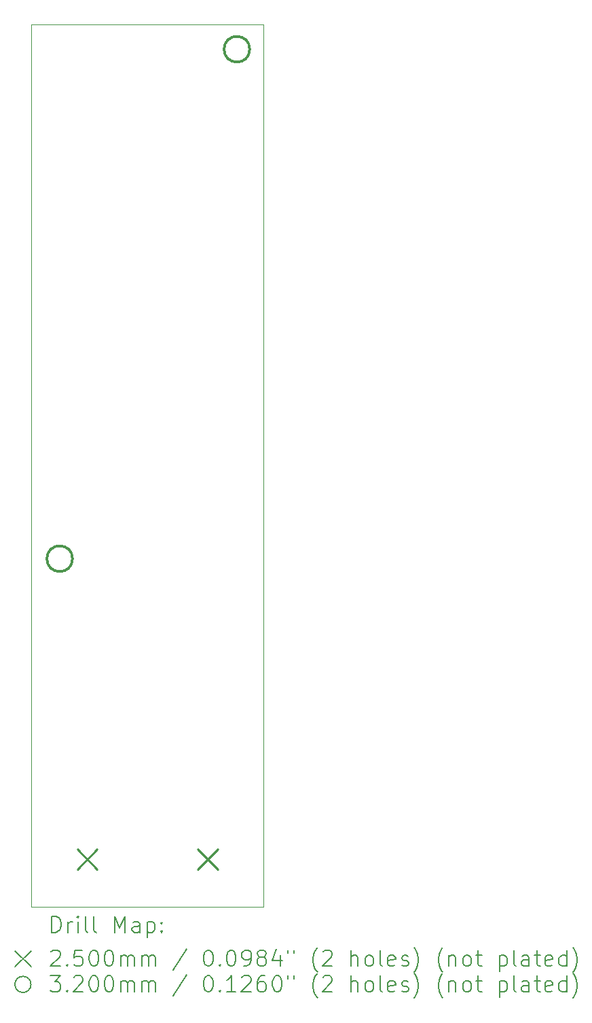
<source format=gbr>
%TF.GenerationSoftware,KiCad,Pcbnew,8.0.2*%
%TF.CreationDate,2024-05-21T21:49:58+01:00*%
%TF.ProjectId,3ch mix 1.6,33636820-6d69-4782-9031-2e362e6b6963,rev?*%
%TF.SameCoordinates,Original*%
%TF.FileFunction,Drillmap*%
%TF.FilePolarity,Positive*%
%FSLAX45Y45*%
G04 Gerber Fmt 4.5, Leading zero omitted, Abs format (unit mm)*
G04 Created by KiCad (PCBNEW 8.0.2) date 2024-05-21 21:49:58*
%MOMM*%
%LPD*%
G01*
G04 APERTURE LIST*
%ADD10C,0.050000*%
%ADD11C,0.200000*%
%ADD12C,0.250000*%
%ADD13C,0.320000*%
G04 APERTURE END LIST*
D10*
X13400110Y-5000360D02*
X13400110Y-16000360D01*
X13400110Y-16000360D02*
X16300110Y-16000360D01*
X16300110Y-5000360D02*
X13400110Y-5000360D01*
X16300110Y-16000360D02*
X16300110Y-5000360D01*
D11*
D12*
X13974410Y-15278460D02*
X14224410Y-15528460D01*
X14224410Y-15278460D02*
X13974410Y-15528460D01*
X15479360Y-15278460D02*
X15729360Y-15528460D01*
X15729360Y-15278460D02*
X15479360Y-15528460D01*
D13*
X13916510Y-11656960D02*
G75*
G02*
X13596510Y-11656960I-160000J0D01*
G01*
X13596510Y-11656960D02*
G75*
G02*
X13916510Y-11656960I160000J0D01*
G01*
X16126310Y-5306960D02*
G75*
G02*
X15806310Y-5306960I-160000J0D01*
G01*
X15806310Y-5306960D02*
G75*
G02*
X16126310Y-5306960I160000J0D01*
G01*
D11*
X13658387Y-16314344D02*
X13658387Y-16114344D01*
X13658387Y-16114344D02*
X13706006Y-16114344D01*
X13706006Y-16114344D02*
X13734577Y-16123868D01*
X13734577Y-16123868D02*
X13753625Y-16142915D01*
X13753625Y-16142915D02*
X13763149Y-16161963D01*
X13763149Y-16161963D02*
X13772672Y-16200058D01*
X13772672Y-16200058D02*
X13772672Y-16228629D01*
X13772672Y-16228629D02*
X13763149Y-16266725D01*
X13763149Y-16266725D02*
X13753625Y-16285772D01*
X13753625Y-16285772D02*
X13734577Y-16304820D01*
X13734577Y-16304820D02*
X13706006Y-16314344D01*
X13706006Y-16314344D02*
X13658387Y-16314344D01*
X13858387Y-16314344D02*
X13858387Y-16181010D01*
X13858387Y-16219106D02*
X13867911Y-16200058D01*
X13867911Y-16200058D02*
X13877434Y-16190534D01*
X13877434Y-16190534D02*
X13896482Y-16181010D01*
X13896482Y-16181010D02*
X13915530Y-16181010D01*
X13982196Y-16314344D02*
X13982196Y-16181010D01*
X13982196Y-16114344D02*
X13972672Y-16123868D01*
X13972672Y-16123868D02*
X13982196Y-16133391D01*
X13982196Y-16133391D02*
X13991720Y-16123868D01*
X13991720Y-16123868D02*
X13982196Y-16114344D01*
X13982196Y-16114344D02*
X13982196Y-16133391D01*
X14106006Y-16314344D02*
X14086958Y-16304820D01*
X14086958Y-16304820D02*
X14077434Y-16285772D01*
X14077434Y-16285772D02*
X14077434Y-16114344D01*
X14210768Y-16314344D02*
X14191720Y-16304820D01*
X14191720Y-16304820D02*
X14182196Y-16285772D01*
X14182196Y-16285772D02*
X14182196Y-16114344D01*
X14439339Y-16314344D02*
X14439339Y-16114344D01*
X14439339Y-16114344D02*
X14506006Y-16257201D01*
X14506006Y-16257201D02*
X14572672Y-16114344D01*
X14572672Y-16114344D02*
X14572672Y-16314344D01*
X14753625Y-16314344D02*
X14753625Y-16209582D01*
X14753625Y-16209582D02*
X14744101Y-16190534D01*
X14744101Y-16190534D02*
X14725053Y-16181010D01*
X14725053Y-16181010D02*
X14686958Y-16181010D01*
X14686958Y-16181010D02*
X14667911Y-16190534D01*
X14753625Y-16304820D02*
X14734577Y-16314344D01*
X14734577Y-16314344D02*
X14686958Y-16314344D01*
X14686958Y-16314344D02*
X14667911Y-16304820D01*
X14667911Y-16304820D02*
X14658387Y-16285772D01*
X14658387Y-16285772D02*
X14658387Y-16266725D01*
X14658387Y-16266725D02*
X14667911Y-16247677D01*
X14667911Y-16247677D02*
X14686958Y-16238153D01*
X14686958Y-16238153D02*
X14734577Y-16238153D01*
X14734577Y-16238153D02*
X14753625Y-16228629D01*
X14848863Y-16181010D02*
X14848863Y-16381010D01*
X14848863Y-16190534D02*
X14867911Y-16181010D01*
X14867911Y-16181010D02*
X14906006Y-16181010D01*
X14906006Y-16181010D02*
X14925053Y-16190534D01*
X14925053Y-16190534D02*
X14934577Y-16200058D01*
X14934577Y-16200058D02*
X14944101Y-16219106D01*
X14944101Y-16219106D02*
X14944101Y-16276248D01*
X14944101Y-16276248D02*
X14934577Y-16295296D01*
X14934577Y-16295296D02*
X14925053Y-16304820D01*
X14925053Y-16304820D02*
X14906006Y-16314344D01*
X14906006Y-16314344D02*
X14867911Y-16314344D01*
X14867911Y-16314344D02*
X14848863Y-16304820D01*
X15029815Y-16295296D02*
X15039339Y-16304820D01*
X15039339Y-16304820D02*
X15029815Y-16314344D01*
X15029815Y-16314344D02*
X15020292Y-16304820D01*
X15020292Y-16304820D02*
X15029815Y-16295296D01*
X15029815Y-16295296D02*
X15029815Y-16314344D01*
X15029815Y-16190534D02*
X15039339Y-16200058D01*
X15039339Y-16200058D02*
X15029815Y-16209582D01*
X15029815Y-16209582D02*
X15020292Y-16200058D01*
X15020292Y-16200058D02*
X15029815Y-16190534D01*
X15029815Y-16190534D02*
X15029815Y-16209582D01*
X13197610Y-16542860D02*
X13397610Y-16742860D01*
X13397610Y-16542860D02*
X13197610Y-16742860D01*
X13648863Y-16553391D02*
X13658387Y-16543868D01*
X13658387Y-16543868D02*
X13677434Y-16534344D01*
X13677434Y-16534344D02*
X13725053Y-16534344D01*
X13725053Y-16534344D02*
X13744101Y-16543868D01*
X13744101Y-16543868D02*
X13753625Y-16553391D01*
X13753625Y-16553391D02*
X13763149Y-16572439D01*
X13763149Y-16572439D02*
X13763149Y-16591487D01*
X13763149Y-16591487D02*
X13753625Y-16620058D01*
X13753625Y-16620058D02*
X13639339Y-16734344D01*
X13639339Y-16734344D02*
X13763149Y-16734344D01*
X13848863Y-16715296D02*
X13858387Y-16724820D01*
X13858387Y-16724820D02*
X13848863Y-16734344D01*
X13848863Y-16734344D02*
X13839339Y-16724820D01*
X13839339Y-16724820D02*
X13848863Y-16715296D01*
X13848863Y-16715296D02*
X13848863Y-16734344D01*
X14039339Y-16534344D02*
X13944101Y-16534344D01*
X13944101Y-16534344D02*
X13934577Y-16629582D01*
X13934577Y-16629582D02*
X13944101Y-16620058D01*
X13944101Y-16620058D02*
X13963149Y-16610534D01*
X13963149Y-16610534D02*
X14010768Y-16610534D01*
X14010768Y-16610534D02*
X14029815Y-16620058D01*
X14029815Y-16620058D02*
X14039339Y-16629582D01*
X14039339Y-16629582D02*
X14048863Y-16648629D01*
X14048863Y-16648629D02*
X14048863Y-16696248D01*
X14048863Y-16696248D02*
X14039339Y-16715296D01*
X14039339Y-16715296D02*
X14029815Y-16724820D01*
X14029815Y-16724820D02*
X14010768Y-16734344D01*
X14010768Y-16734344D02*
X13963149Y-16734344D01*
X13963149Y-16734344D02*
X13944101Y-16724820D01*
X13944101Y-16724820D02*
X13934577Y-16715296D01*
X14172672Y-16534344D02*
X14191720Y-16534344D01*
X14191720Y-16534344D02*
X14210768Y-16543868D01*
X14210768Y-16543868D02*
X14220292Y-16553391D01*
X14220292Y-16553391D02*
X14229815Y-16572439D01*
X14229815Y-16572439D02*
X14239339Y-16610534D01*
X14239339Y-16610534D02*
X14239339Y-16658153D01*
X14239339Y-16658153D02*
X14229815Y-16696248D01*
X14229815Y-16696248D02*
X14220292Y-16715296D01*
X14220292Y-16715296D02*
X14210768Y-16724820D01*
X14210768Y-16724820D02*
X14191720Y-16734344D01*
X14191720Y-16734344D02*
X14172672Y-16734344D01*
X14172672Y-16734344D02*
X14153625Y-16724820D01*
X14153625Y-16724820D02*
X14144101Y-16715296D01*
X14144101Y-16715296D02*
X14134577Y-16696248D01*
X14134577Y-16696248D02*
X14125053Y-16658153D01*
X14125053Y-16658153D02*
X14125053Y-16610534D01*
X14125053Y-16610534D02*
X14134577Y-16572439D01*
X14134577Y-16572439D02*
X14144101Y-16553391D01*
X14144101Y-16553391D02*
X14153625Y-16543868D01*
X14153625Y-16543868D02*
X14172672Y-16534344D01*
X14363149Y-16534344D02*
X14382196Y-16534344D01*
X14382196Y-16534344D02*
X14401244Y-16543868D01*
X14401244Y-16543868D02*
X14410768Y-16553391D01*
X14410768Y-16553391D02*
X14420292Y-16572439D01*
X14420292Y-16572439D02*
X14429815Y-16610534D01*
X14429815Y-16610534D02*
X14429815Y-16658153D01*
X14429815Y-16658153D02*
X14420292Y-16696248D01*
X14420292Y-16696248D02*
X14410768Y-16715296D01*
X14410768Y-16715296D02*
X14401244Y-16724820D01*
X14401244Y-16724820D02*
X14382196Y-16734344D01*
X14382196Y-16734344D02*
X14363149Y-16734344D01*
X14363149Y-16734344D02*
X14344101Y-16724820D01*
X14344101Y-16724820D02*
X14334577Y-16715296D01*
X14334577Y-16715296D02*
X14325053Y-16696248D01*
X14325053Y-16696248D02*
X14315530Y-16658153D01*
X14315530Y-16658153D02*
X14315530Y-16610534D01*
X14315530Y-16610534D02*
X14325053Y-16572439D01*
X14325053Y-16572439D02*
X14334577Y-16553391D01*
X14334577Y-16553391D02*
X14344101Y-16543868D01*
X14344101Y-16543868D02*
X14363149Y-16534344D01*
X14515530Y-16734344D02*
X14515530Y-16601010D01*
X14515530Y-16620058D02*
X14525053Y-16610534D01*
X14525053Y-16610534D02*
X14544101Y-16601010D01*
X14544101Y-16601010D02*
X14572673Y-16601010D01*
X14572673Y-16601010D02*
X14591720Y-16610534D01*
X14591720Y-16610534D02*
X14601244Y-16629582D01*
X14601244Y-16629582D02*
X14601244Y-16734344D01*
X14601244Y-16629582D02*
X14610768Y-16610534D01*
X14610768Y-16610534D02*
X14629815Y-16601010D01*
X14629815Y-16601010D02*
X14658387Y-16601010D01*
X14658387Y-16601010D02*
X14677434Y-16610534D01*
X14677434Y-16610534D02*
X14686958Y-16629582D01*
X14686958Y-16629582D02*
X14686958Y-16734344D01*
X14782196Y-16734344D02*
X14782196Y-16601010D01*
X14782196Y-16620058D02*
X14791720Y-16610534D01*
X14791720Y-16610534D02*
X14810768Y-16601010D01*
X14810768Y-16601010D02*
X14839339Y-16601010D01*
X14839339Y-16601010D02*
X14858387Y-16610534D01*
X14858387Y-16610534D02*
X14867911Y-16629582D01*
X14867911Y-16629582D02*
X14867911Y-16734344D01*
X14867911Y-16629582D02*
X14877434Y-16610534D01*
X14877434Y-16610534D02*
X14896482Y-16601010D01*
X14896482Y-16601010D02*
X14925053Y-16601010D01*
X14925053Y-16601010D02*
X14944101Y-16610534D01*
X14944101Y-16610534D02*
X14953625Y-16629582D01*
X14953625Y-16629582D02*
X14953625Y-16734344D01*
X15344101Y-16524820D02*
X15172673Y-16781963D01*
X15601244Y-16534344D02*
X15620292Y-16534344D01*
X15620292Y-16534344D02*
X15639339Y-16543868D01*
X15639339Y-16543868D02*
X15648863Y-16553391D01*
X15648863Y-16553391D02*
X15658387Y-16572439D01*
X15658387Y-16572439D02*
X15667911Y-16610534D01*
X15667911Y-16610534D02*
X15667911Y-16658153D01*
X15667911Y-16658153D02*
X15658387Y-16696248D01*
X15658387Y-16696248D02*
X15648863Y-16715296D01*
X15648863Y-16715296D02*
X15639339Y-16724820D01*
X15639339Y-16724820D02*
X15620292Y-16734344D01*
X15620292Y-16734344D02*
X15601244Y-16734344D01*
X15601244Y-16734344D02*
X15582196Y-16724820D01*
X15582196Y-16724820D02*
X15572673Y-16715296D01*
X15572673Y-16715296D02*
X15563149Y-16696248D01*
X15563149Y-16696248D02*
X15553625Y-16658153D01*
X15553625Y-16658153D02*
X15553625Y-16610534D01*
X15553625Y-16610534D02*
X15563149Y-16572439D01*
X15563149Y-16572439D02*
X15572673Y-16553391D01*
X15572673Y-16553391D02*
X15582196Y-16543868D01*
X15582196Y-16543868D02*
X15601244Y-16534344D01*
X15753625Y-16715296D02*
X15763149Y-16724820D01*
X15763149Y-16724820D02*
X15753625Y-16734344D01*
X15753625Y-16734344D02*
X15744101Y-16724820D01*
X15744101Y-16724820D02*
X15753625Y-16715296D01*
X15753625Y-16715296D02*
X15753625Y-16734344D01*
X15886958Y-16534344D02*
X15906006Y-16534344D01*
X15906006Y-16534344D02*
X15925054Y-16543868D01*
X15925054Y-16543868D02*
X15934577Y-16553391D01*
X15934577Y-16553391D02*
X15944101Y-16572439D01*
X15944101Y-16572439D02*
X15953625Y-16610534D01*
X15953625Y-16610534D02*
X15953625Y-16658153D01*
X15953625Y-16658153D02*
X15944101Y-16696248D01*
X15944101Y-16696248D02*
X15934577Y-16715296D01*
X15934577Y-16715296D02*
X15925054Y-16724820D01*
X15925054Y-16724820D02*
X15906006Y-16734344D01*
X15906006Y-16734344D02*
X15886958Y-16734344D01*
X15886958Y-16734344D02*
X15867911Y-16724820D01*
X15867911Y-16724820D02*
X15858387Y-16715296D01*
X15858387Y-16715296D02*
X15848863Y-16696248D01*
X15848863Y-16696248D02*
X15839339Y-16658153D01*
X15839339Y-16658153D02*
X15839339Y-16610534D01*
X15839339Y-16610534D02*
X15848863Y-16572439D01*
X15848863Y-16572439D02*
X15858387Y-16553391D01*
X15858387Y-16553391D02*
X15867911Y-16543868D01*
X15867911Y-16543868D02*
X15886958Y-16534344D01*
X16048863Y-16734344D02*
X16086958Y-16734344D01*
X16086958Y-16734344D02*
X16106006Y-16724820D01*
X16106006Y-16724820D02*
X16115530Y-16715296D01*
X16115530Y-16715296D02*
X16134577Y-16686725D01*
X16134577Y-16686725D02*
X16144101Y-16648629D01*
X16144101Y-16648629D02*
X16144101Y-16572439D01*
X16144101Y-16572439D02*
X16134577Y-16553391D01*
X16134577Y-16553391D02*
X16125054Y-16543868D01*
X16125054Y-16543868D02*
X16106006Y-16534344D01*
X16106006Y-16534344D02*
X16067911Y-16534344D01*
X16067911Y-16534344D02*
X16048863Y-16543868D01*
X16048863Y-16543868D02*
X16039339Y-16553391D01*
X16039339Y-16553391D02*
X16029816Y-16572439D01*
X16029816Y-16572439D02*
X16029816Y-16620058D01*
X16029816Y-16620058D02*
X16039339Y-16639106D01*
X16039339Y-16639106D02*
X16048863Y-16648629D01*
X16048863Y-16648629D02*
X16067911Y-16658153D01*
X16067911Y-16658153D02*
X16106006Y-16658153D01*
X16106006Y-16658153D02*
X16125054Y-16648629D01*
X16125054Y-16648629D02*
X16134577Y-16639106D01*
X16134577Y-16639106D02*
X16144101Y-16620058D01*
X16258387Y-16620058D02*
X16239339Y-16610534D01*
X16239339Y-16610534D02*
X16229816Y-16601010D01*
X16229816Y-16601010D02*
X16220292Y-16581963D01*
X16220292Y-16581963D02*
X16220292Y-16572439D01*
X16220292Y-16572439D02*
X16229816Y-16553391D01*
X16229816Y-16553391D02*
X16239339Y-16543868D01*
X16239339Y-16543868D02*
X16258387Y-16534344D01*
X16258387Y-16534344D02*
X16296482Y-16534344D01*
X16296482Y-16534344D02*
X16315530Y-16543868D01*
X16315530Y-16543868D02*
X16325054Y-16553391D01*
X16325054Y-16553391D02*
X16334577Y-16572439D01*
X16334577Y-16572439D02*
X16334577Y-16581963D01*
X16334577Y-16581963D02*
X16325054Y-16601010D01*
X16325054Y-16601010D02*
X16315530Y-16610534D01*
X16315530Y-16610534D02*
X16296482Y-16620058D01*
X16296482Y-16620058D02*
X16258387Y-16620058D01*
X16258387Y-16620058D02*
X16239339Y-16629582D01*
X16239339Y-16629582D02*
X16229816Y-16639106D01*
X16229816Y-16639106D02*
X16220292Y-16658153D01*
X16220292Y-16658153D02*
X16220292Y-16696248D01*
X16220292Y-16696248D02*
X16229816Y-16715296D01*
X16229816Y-16715296D02*
X16239339Y-16724820D01*
X16239339Y-16724820D02*
X16258387Y-16734344D01*
X16258387Y-16734344D02*
X16296482Y-16734344D01*
X16296482Y-16734344D02*
X16315530Y-16724820D01*
X16315530Y-16724820D02*
X16325054Y-16715296D01*
X16325054Y-16715296D02*
X16334577Y-16696248D01*
X16334577Y-16696248D02*
X16334577Y-16658153D01*
X16334577Y-16658153D02*
X16325054Y-16639106D01*
X16325054Y-16639106D02*
X16315530Y-16629582D01*
X16315530Y-16629582D02*
X16296482Y-16620058D01*
X16506006Y-16601010D02*
X16506006Y-16734344D01*
X16458387Y-16524820D02*
X16410768Y-16667677D01*
X16410768Y-16667677D02*
X16534577Y-16667677D01*
X16601244Y-16534344D02*
X16601244Y-16572439D01*
X16677435Y-16534344D02*
X16677435Y-16572439D01*
X16972673Y-16810534D02*
X16963149Y-16801010D01*
X16963149Y-16801010D02*
X16944101Y-16772439D01*
X16944101Y-16772439D02*
X16934578Y-16753391D01*
X16934578Y-16753391D02*
X16925054Y-16724820D01*
X16925054Y-16724820D02*
X16915530Y-16677201D01*
X16915530Y-16677201D02*
X16915530Y-16639106D01*
X16915530Y-16639106D02*
X16925054Y-16591487D01*
X16925054Y-16591487D02*
X16934578Y-16562915D01*
X16934578Y-16562915D02*
X16944101Y-16543868D01*
X16944101Y-16543868D02*
X16963149Y-16515296D01*
X16963149Y-16515296D02*
X16972673Y-16505772D01*
X17039340Y-16553391D02*
X17048863Y-16543868D01*
X17048863Y-16543868D02*
X17067911Y-16534344D01*
X17067911Y-16534344D02*
X17115530Y-16534344D01*
X17115530Y-16534344D02*
X17134578Y-16543868D01*
X17134578Y-16543868D02*
X17144101Y-16553391D01*
X17144101Y-16553391D02*
X17153625Y-16572439D01*
X17153625Y-16572439D02*
X17153625Y-16591487D01*
X17153625Y-16591487D02*
X17144101Y-16620058D01*
X17144101Y-16620058D02*
X17029816Y-16734344D01*
X17029816Y-16734344D02*
X17153625Y-16734344D01*
X17391721Y-16734344D02*
X17391721Y-16534344D01*
X17477435Y-16734344D02*
X17477435Y-16629582D01*
X17477435Y-16629582D02*
X17467911Y-16610534D01*
X17467911Y-16610534D02*
X17448863Y-16601010D01*
X17448863Y-16601010D02*
X17420292Y-16601010D01*
X17420292Y-16601010D02*
X17401244Y-16610534D01*
X17401244Y-16610534D02*
X17391721Y-16620058D01*
X17601244Y-16734344D02*
X17582197Y-16724820D01*
X17582197Y-16724820D02*
X17572673Y-16715296D01*
X17572673Y-16715296D02*
X17563149Y-16696248D01*
X17563149Y-16696248D02*
X17563149Y-16639106D01*
X17563149Y-16639106D02*
X17572673Y-16620058D01*
X17572673Y-16620058D02*
X17582197Y-16610534D01*
X17582197Y-16610534D02*
X17601244Y-16601010D01*
X17601244Y-16601010D02*
X17629816Y-16601010D01*
X17629816Y-16601010D02*
X17648863Y-16610534D01*
X17648863Y-16610534D02*
X17658387Y-16620058D01*
X17658387Y-16620058D02*
X17667911Y-16639106D01*
X17667911Y-16639106D02*
X17667911Y-16696248D01*
X17667911Y-16696248D02*
X17658387Y-16715296D01*
X17658387Y-16715296D02*
X17648863Y-16724820D01*
X17648863Y-16724820D02*
X17629816Y-16734344D01*
X17629816Y-16734344D02*
X17601244Y-16734344D01*
X17782197Y-16734344D02*
X17763149Y-16724820D01*
X17763149Y-16724820D02*
X17753625Y-16705772D01*
X17753625Y-16705772D02*
X17753625Y-16534344D01*
X17934578Y-16724820D02*
X17915530Y-16734344D01*
X17915530Y-16734344D02*
X17877435Y-16734344D01*
X17877435Y-16734344D02*
X17858387Y-16724820D01*
X17858387Y-16724820D02*
X17848863Y-16705772D01*
X17848863Y-16705772D02*
X17848863Y-16629582D01*
X17848863Y-16629582D02*
X17858387Y-16610534D01*
X17858387Y-16610534D02*
X17877435Y-16601010D01*
X17877435Y-16601010D02*
X17915530Y-16601010D01*
X17915530Y-16601010D02*
X17934578Y-16610534D01*
X17934578Y-16610534D02*
X17944102Y-16629582D01*
X17944102Y-16629582D02*
X17944102Y-16648629D01*
X17944102Y-16648629D02*
X17848863Y-16667677D01*
X18020292Y-16724820D02*
X18039340Y-16734344D01*
X18039340Y-16734344D02*
X18077435Y-16734344D01*
X18077435Y-16734344D02*
X18096483Y-16724820D01*
X18096483Y-16724820D02*
X18106006Y-16705772D01*
X18106006Y-16705772D02*
X18106006Y-16696248D01*
X18106006Y-16696248D02*
X18096483Y-16677201D01*
X18096483Y-16677201D02*
X18077435Y-16667677D01*
X18077435Y-16667677D02*
X18048863Y-16667677D01*
X18048863Y-16667677D02*
X18029816Y-16658153D01*
X18029816Y-16658153D02*
X18020292Y-16639106D01*
X18020292Y-16639106D02*
X18020292Y-16629582D01*
X18020292Y-16629582D02*
X18029816Y-16610534D01*
X18029816Y-16610534D02*
X18048863Y-16601010D01*
X18048863Y-16601010D02*
X18077435Y-16601010D01*
X18077435Y-16601010D02*
X18096483Y-16610534D01*
X18172673Y-16810534D02*
X18182197Y-16801010D01*
X18182197Y-16801010D02*
X18201244Y-16772439D01*
X18201244Y-16772439D02*
X18210768Y-16753391D01*
X18210768Y-16753391D02*
X18220292Y-16724820D01*
X18220292Y-16724820D02*
X18229816Y-16677201D01*
X18229816Y-16677201D02*
X18229816Y-16639106D01*
X18229816Y-16639106D02*
X18220292Y-16591487D01*
X18220292Y-16591487D02*
X18210768Y-16562915D01*
X18210768Y-16562915D02*
X18201244Y-16543868D01*
X18201244Y-16543868D02*
X18182197Y-16515296D01*
X18182197Y-16515296D02*
X18172673Y-16505772D01*
X18534578Y-16810534D02*
X18525054Y-16801010D01*
X18525054Y-16801010D02*
X18506006Y-16772439D01*
X18506006Y-16772439D02*
X18496483Y-16753391D01*
X18496483Y-16753391D02*
X18486959Y-16724820D01*
X18486959Y-16724820D02*
X18477435Y-16677201D01*
X18477435Y-16677201D02*
X18477435Y-16639106D01*
X18477435Y-16639106D02*
X18486959Y-16591487D01*
X18486959Y-16591487D02*
X18496483Y-16562915D01*
X18496483Y-16562915D02*
X18506006Y-16543868D01*
X18506006Y-16543868D02*
X18525054Y-16515296D01*
X18525054Y-16515296D02*
X18534578Y-16505772D01*
X18610768Y-16601010D02*
X18610768Y-16734344D01*
X18610768Y-16620058D02*
X18620292Y-16610534D01*
X18620292Y-16610534D02*
X18639340Y-16601010D01*
X18639340Y-16601010D02*
X18667911Y-16601010D01*
X18667911Y-16601010D02*
X18686959Y-16610534D01*
X18686959Y-16610534D02*
X18696483Y-16629582D01*
X18696483Y-16629582D02*
X18696483Y-16734344D01*
X18820292Y-16734344D02*
X18801244Y-16724820D01*
X18801244Y-16724820D02*
X18791721Y-16715296D01*
X18791721Y-16715296D02*
X18782197Y-16696248D01*
X18782197Y-16696248D02*
X18782197Y-16639106D01*
X18782197Y-16639106D02*
X18791721Y-16620058D01*
X18791721Y-16620058D02*
X18801244Y-16610534D01*
X18801244Y-16610534D02*
X18820292Y-16601010D01*
X18820292Y-16601010D02*
X18848864Y-16601010D01*
X18848864Y-16601010D02*
X18867911Y-16610534D01*
X18867911Y-16610534D02*
X18877435Y-16620058D01*
X18877435Y-16620058D02*
X18886959Y-16639106D01*
X18886959Y-16639106D02*
X18886959Y-16696248D01*
X18886959Y-16696248D02*
X18877435Y-16715296D01*
X18877435Y-16715296D02*
X18867911Y-16724820D01*
X18867911Y-16724820D02*
X18848864Y-16734344D01*
X18848864Y-16734344D02*
X18820292Y-16734344D01*
X18944102Y-16601010D02*
X19020292Y-16601010D01*
X18972673Y-16534344D02*
X18972673Y-16705772D01*
X18972673Y-16705772D02*
X18982197Y-16724820D01*
X18982197Y-16724820D02*
X19001244Y-16734344D01*
X19001244Y-16734344D02*
X19020292Y-16734344D01*
X19239340Y-16601010D02*
X19239340Y-16801010D01*
X19239340Y-16610534D02*
X19258387Y-16601010D01*
X19258387Y-16601010D02*
X19296483Y-16601010D01*
X19296483Y-16601010D02*
X19315530Y-16610534D01*
X19315530Y-16610534D02*
X19325054Y-16620058D01*
X19325054Y-16620058D02*
X19334578Y-16639106D01*
X19334578Y-16639106D02*
X19334578Y-16696248D01*
X19334578Y-16696248D02*
X19325054Y-16715296D01*
X19325054Y-16715296D02*
X19315530Y-16724820D01*
X19315530Y-16724820D02*
X19296483Y-16734344D01*
X19296483Y-16734344D02*
X19258387Y-16734344D01*
X19258387Y-16734344D02*
X19239340Y-16724820D01*
X19448864Y-16734344D02*
X19429816Y-16724820D01*
X19429816Y-16724820D02*
X19420292Y-16705772D01*
X19420292Y-16705772D02*
X19420292Y-16534344D01*
X19610768Y-16734344D02*
X19610768Y-16629582D01*
X19610768Y-16629582D02*
X19601245Y-16610534D01*
X19601245Y-16610534D02*
X19582197Y-16601010D01*
X19582197Y-16601010D02*
X19544102Y-16601010D01*
X19544102Y-16601010D02*
X19525054Y-16610534D01*
X19610768Y-16724820D02*
X19591721Y-16734344D01*
X19591721Y-16734344D02*
X19544102Y-16734344D01*
X19544102Y-16734344D02*
X19525054Y-16724820D01*
X19525054Y-16724820D02*
X19515530Y-16705772D01*
X19515530Y-16705772D02*
X19515530Y-16686725D01*
X19515530Y-16686725D02*
X19525054Y-16667677D01*
X19525054Y-16667677D02*
X19544102Y-16658153D01*
X19544102Y-16658153D02*
X19591721Y-16658153D01*
X19591721Y-16658153D02*
X19610768Y-16648629D01*
X19677435Y-16601010D02*
X19753625Y-16601010D01*
X19706006Y-16534344D02*
X19706006Y-16705772D01*
X19706006Y-16705772D02*
X19715530Y-16724820D01*
X19715530Y-16724820D02*
X19734578Y-16734344D01*
X19734578Y-16734344D02*
X19753625Y-16734344D01*
X19896483Y-16724820D02*
X19877435Y-16734344D01*
X19877435Y-16734344D02*
X19839340Y-16734344D01*
X19839340Y-16734344D02*
X19820292Y-16724820D01*
X19820292Y-16724820D02*
X19810768Y-16705772D01*
X19810768Y-16705772D02*
X19810768Y-16629582D01*
X19810768Y-16629582D02*
X19820292Y-16610534D01*
X19820292Y-16610534D02*
X19839340Y-16601010D01*
X19839340Y-16601010D02*
X19877435Y-16601010D01*
X19877435Y-16601010D02*
X19896483Y-16610534D01*
X19896483Y-16610534D02*
X19906006Y-16629582D01*
X19906006Y-16629582D02*
X19906006Y-16648629D01*
X19906006Y-16648629D02*
X19810768Y-16667677D01*
X20077435Y-16734344D02*
X20077435Y-16534344D01*
X20077435Y-16724820D02*
X20058387Y-16734344D01*
X20058387Y-16734344D02*
X20020292Y-16734344D01*
X20020292Y-16734344D02*
X20001245Y-16724820D01*
X20001245Y-16724820D02*
X19991721Y-16715296D01*
X19991721Y-16715296D02*
X19982197Y-16696248D01*
X19982197Y-16696248D02*
X19982197Y-16639106D01*
X19982197Y-16639106D02*
X19991721Y-16620058D01*
X19991721Y-16620058D02*
X20001245Y-16610534D01*
X20001245Y-16610534D02*
X20020292Y-16601010D01*
X20020292Y-16601010D02*
X20058387Y-16601010D01*
X20058387Y-16601010D02*
X20077435Y-16610534D01*
X20153626Y-16810534D02*
X20163149Y-16801010D01*
X20163149Y-16801010D02*
X20182197Y-16772439D01*
X20182197Y-16772439D02*
X20191721Y-16753391D01*
X20191721Y-16753391D02*
X20201245Y-16724820D01*
X20201245Y-16724820D02*
X20210768Y-16677201D01*
X20210768Y-16677201D02*
X20210768Y-16639106D01*
X20210768Y-16639106D02*
X20201245Y-16591487D01*
X20201245Y-16591487D02*
X20191721Y-16562915D01*
X20191721Y-16562915D02*
X20182197Y-16543868D01*
X20182197Y-16543868D02*
X20163149Y-16515296D01*
X20163149Y-16515296D02*
X20153626Y-16505772D01*
X13397610Y-16962860D02*
G75*
G02*
X13197610Y-16962860I-100000J0D01*
G01*
X13197610Y-16962860D02*
G75*
G02*
X13397610Y-16962860I100000J0D01*
G01*
X13639339Y-16854344D02*
X13763149Y-16854344D01*
X13763149Y-16854344D02*
X13696482Y-16930534D01*
X13696482Y-16930534D02*
X13725053Y-16930534D01*
X13725053Y-16930534D02*
X13744101Y-16940058D01*
X13744101Y-16940058D02*
X13753625Y-16949582D01*
X13753625Y-16949582D02*
X13763149Y-16968630D01*
X13763149Y-16968630D02*
X13763149Y-17016249D01*
X13763149Y-17016249D02*
X13753625Y-17035296D01*
X13753625Y-17035296D02*
X13744101Y-17044820D01*
X13744101Y-17044820D02*
X13725053Y-17054344D01*
X13725053Y-17054344D02*
X13667911Y-17054344D01*
X13667911Y-17054344D02*
X13648863Y-17044820D01*
X13648863Y-17044820D02*
X13639339Y-17035296D01*
X13848863Y-17035296D02*
X13858387Y-17044820D01*
X13858387Y-17044820D02*
X13848863Y-17054344D01*
X13848863Y-17054344D02*
X13839339Y-17044820D01*
X13839339Y-17044820D02*
X13848863Y-17035296D01*
X13848863Y-17035296D02*
X13848863Y-17054344D01*
X13934577Y-16873391D02*
X13944101Y-16863868D01*
X13944101Y-16863868D02*
X13963149Y-16854344D01*
X13963149Y-16854344D02*
X14010768Y-16854344D01*
X14010768Y-16854344D02*
X14029815Y-16863868D01*
X14029815Y-16863868D02*
X14039339Y-16873391D01*
X14039339Y-16873391D02*
X14048863Y-16892439D01*
X14048863Y-16892439D02*
X14048863Y-16911487D01*
X14048863Y-16911487D02*
X14039339Y-16940058D01*
X14039339Y-16940058D02*
X13925053Y-17054344D01*
X13925053Y-17054344D02*
X14048863Y-17054344D01*
X14172672Y-16854344D02*
X14191720Y-16854344D01*
X14191720Y-16854344D02*
X14210768Y-16863868D01*
X14210768Y-16863868D02*
X14220292Y-16873391D01*
X14220292Y-16873391D02*
X14229815Y-16892439D01*
X14229815Y-16892439D02*
X14239339Y-16930534D01*
X14239339Y-16930534D02*
X14239339Y-16978153D01*
X14239339Y-16978153D02*
X14229815Y-17016249D01*
X14229815Y-17016249D02*
X14220292Y-17035296D01*
X14220292Y-17035296D02*
X14210768Y-17044820D01*
X14210768Y-17044820D02*
X14191720Y-17054344D01*
X14191720Y-17054344D02*
X14172672Y-17054344D01*
X14172672Y-17054344D02*
X14153625Y-17044820D01*
X14153625Y-17044820D02*
X14144101Y-17035296D01*
X14144101Y-17035296D02*
X14134577Y-17016249D01*
X14134577Y-17016249D02*
X14125053Y-16978153D01*
X14125053Y-16978153D02*
X14125053Y-16930534D01*
X14125053Y-16930534D02*
X14134577Y-16892439D01*
X14134577Y-16892439D02*
X14144101Y-16873391D01*
X14144101Y-16873391D02*
X14153625Y-16863868D01*
X14153625Y-16863868D02*
X14172672Y-16854344D01*
X14363149Y-16854344D02*
X14382196Y-16854344D01*
X14382196Y-16854344D02*
X14401244Y-16863868D01*
X14401244Y-16863868D02*
X14410768Y-16873391D01*
X14410768Y-16873391D02*
X14420292Y-16892439D01*
X14420292Y-16892439D02*
X14429815Y-16930534D01*
X14429815Y-16930534D02*
X14429815Y-16978153D01*
X14429815Y-16978153D02*
X14420292Y-17016249D01*
X14420292Y-17016249D02*
X14410768Y-17035296D01*
X14410768Y-17035296D02*
X14401244Y-17044820D01*
X14401244Y-17044820D02*
X14382196Y-17054344D01*
X14382196Y-17054344D02*
X14363149Y-17054344D01*
X14363149Y-17054344D02*
X14344101Y-17044820D01*
X14344101Y-17044820D02*
X14334577Y-17035296D01*
X14334577Y-17035296D02*
X14325053Y-17016249D01*
X14325053Y-17016249D02*
X14315530Y-16978153D01*
X14315530Y-16978153D02*
X14315530Y-16930534D01*
X14315530Y-16930534D02*
X14325053Y-16892439D01*
X14325053Y-16892439D02*
X14334577Y-16873391D01*
X14334577Y-16873391D02*
X14344101Y-16863868D01*
X14344101Y-16863868D02*
X14363149Y-16854344D01*
X14515530Y-17054344D02*
X14515530Y-16921010D01*
X14515530Y-16940058D02*
X14525053Y-16930534D01*
X14525053Y-16930534D02*
X14544101Y-16921010D01*
X14544101Y-16921010D02*
X14572673Y-16921010D01*
X14572673Y-16921010D02*
X14591720Y-16930534D01*
X14591720Y-16930534D02*
X14601244Y-16949582D01*
X14601244Y-16949582D02*
X14601244Y-17054344D01*
X14601244Y-16949582D02*
X14610768Y-16930534D01*
X14610768Y-16930534D02*
X14629815Y-16921010D01*
X14629815Y-16921010D02*
X14658387Y-16921010D01*
X14658387Y-16921010D02*
X14677434Y-16930534D01*
X14677434Y-16930534D02*
X14686958Y-16949582D01*
X14686958Y-16949582D02*
X14686958Y-17054344D01*
X14782196Y-17054344D02*
X14782196Y-16921010D01*
X14782196Y-16940058D02*
X14791720Y-16930534D01*
X14791720Y-16930534D02*
X14810768Y-16921010D01*
X14810768Y-16921010D02*
X14839339Y-16921010D01*
X14839339Y-16921010D02*
X14858387Y-16930534D01*
X14858387Y-16930534D02*
X14867911Y-16949582D01*
X14867911Y-16949582D02*
X14867911Y-17054344D01*
X14867911Y-16949582D02*
X14877434Y-16930534D01*
X14877434Y-16930534D02*
X14896482Y-16921010D01*
X14896482Y-16921010D02*
X14925053Y-16921010D01*
X14925053Y-16921010D02*
X14944101Y-16930534D01*
X14944101Y-16930534D02*
X14953625Y-16949582D01*
X14953625Y-16949582D02*
X14953625Y-17054344D01*
X15344101Y-16844820D02*
X15172673Y-17101963D01*
X15601244Y-16854344D02*
X15620292Y-16854344D01*
X15620292Y-16854344D02*
X15639339Y-16863868D01*
X15639339Y-16863868D02*
X15648863Y-16873391D01*
X15648863Y-16873391D02*
X15658387Y-16892439D01*
X15658387Y-16892439D02*
X15667911Y-16930534D01*
X15667911Y-16930534D02*
X15667911Y-16978153D01*
X15667911Y-16978153D02*
X15658387Y-17016249D01*
X15658387Y-17016249D02*
X15648863Y-17035296D01*
X15648863Y-17035296D02*
X15639339Y-17044820D01*
X15639339Y-17044820D02*
X15620292Y-17054344D01*
X15620292Y-17054344D02*
X15601244Y-17054344D01*
X15601244Y-17054344D02*
X15582196Y-17044820D01*
X15582196Y-17044820D02*
X15572673Y-17035296D01*
X15572673Y-17035296D02*
X15563149Y-17016249D01*
X15563149Y-17016249D02*
X15553625Y-16978153D01*
X15553625Y-16978153D02*
X15553625Y-16930534D01*
X15553625Y-16930534D02*
X15563149Y-16892439D01*
X15563149Y-16892439D02*
X15572673Y-16873391D01*
X15572673Y-16873391D02*
X15582196Y-16863868D01*
X15582196Y-16863868D02*
X15601244Y-16854344D01*
X15753625Y-17035296D02*
X15763149Y-17044820D01*
X15763149Y-17044820D02*
X15753625Y-17054344D01*
X15753625Y-17054344D02*
X15744101Y-17044820D01*
X15744101Y-17044820D02*
X15753625Y-17035296D01*
X15753625Y-17035296D02*
X15753625Y-17054344D01*
X15953625Y-17054344D02*
X15839339Y-17054344D01*
X15896482Y-17054344D02*
X15896482Y-16854344D01*
X15896482Y-16854344D02*
X15877435Y-16882915D01*
X15877435Y-16882915D02*
X15858387Y-16901963D01*
X15858387Y-16901963D02*
X15839339Y-16911487D01*
X16029816Y-16873391D02*
X16039339Y-16863868D01*
X16039339Y-16863868D02*
X16058387Y-16854344D01*
X16058387Y-16854344D02*
X16106006Y-16854344D01*
X16106006Y-16854344D02*
X16125054Y-16863868D01*
X16125054Y-16863868D02*
X16134577Y-16873391D01*
X16134577Y-16873391D02*
X16144101Y-16892439D01*
X16144101Y-16892439D02*
X16144101Y-16911487D01*
X16144101Y-16911487D02*
X16134577Y-16940058D01*
X16134577Y-16940058D02*
X16020292Y-17054344D01*
X16020292Y-17054344D02*
X16144101Y-17054344D01*
X16315530Y-16854344D02*
X16277435Y-16854344D01*
X16277435Y-16854344D02*
X16258387Y-16863868D01*
X16258387Y-16863868D02*
X16248863Y-16873391D01*
X16248863Y-16873391D02*
X16229816Y-16901963D01*
X16229816Y-16901963D02*
X16220292Y-16940058D01*
X16220292Y-16940058D02*
X16220292Y-17016249D01*
X16220292Y-17016249D02*
X16229816Y-17035296D01*
X16229816Y-17035296D02*
X16239339Y-17044820D01*
X16239339Y-17044820D02*
X16258387Y-17054344D01*
X16258387Y-17054344D02*
X16296482Y-17054344D01*
X16296482Y-17054344D02*
X16315530Y-17044820D01*
X16315530Y-17044820D02*
X16325054Y-17035296D01*
X16325054Y-17035296D02*
X16334577Y-17016249D01*
X16334577Y-17016249D02*
X16334577Y-16968630D01*
X16334577Y-16968630D02*
X16325054Y-16949582D01*
X16325054Y-16949582D02*
X16315530Y-16940058D01*
X16315530Y-16940058D02*
X16296482Y-16930534D01*
X16296482Y-16930534D02*
X16258387Y-16930534D01*
X16258387Y-16930534D02*
X16239339Y-16940058D01*
X16239339Y-16940058D02*
X16229816Y-16949582D01*
X16229816Y-16949582D02*
X16220292Y-16968630D01*
X16458387Y-16854344D02*
X16477435Y-16854344D01*
X16477435Y-16854344D02*
X16496482Y-16863868D01*
X16496482Y-16863868D02*
X16506006Y-16873391D01*
X16506006Y-16873391D02*
X16515530Y-16892439D01*
X16515530Y-16892439D02*
X16525054Y-16930534D01*
X16525054Y-16930534D02*
X16525054Y-16978153D01*
X16525054Y-16978153D02*
X16515530Y-17016249D01*
X16515530Y-17016249D02*
X16506006Y-17035296D01*
X16506006Y-17035296D02*
X16496482Y-17044820D01*
X16496482Y-17044820D02*
X16477435Y-17054344D01*
X16477435Y-17054344D02*
X16458387Y-17054344D01*
X16458387Y-17054344D02*
X16439339Y-17044820D01*
X16439339Y-17044820D02*
X16429816Y-17035296D01*
X16429816Y-17035296D02*
X16420292Y-17016249D01*
X16420292Y-17016249D02*
X16410768Y-16978153D01*
X16410768Y-16978153D02*
X16410768Y-16930534D01*
X16410768Y-16930534D02*
X16420292Y-16892439D01*
X16420292Y-16892439D02*
X16429816Y-16873391D01*
X16429816Y-16873391D02*
X16439339Y-16863868D01*
X16439339Y-16863868D02*
X16458387Y-16854344D01*
X16601244Y-16854344D02*
X16601244Y-16892439D01*
X16677435Y-16854344D02*
X16677435Y-16892439D01*
X16972673Y-17130534D02*
X16963149Y-17121010D01*
X16963149Y-17121010D02*
X16944101Y-17092439D01*
X16944101Y-17092439D02*
X16934578Y-17073391D01*
X16934578Y-17073391D02*
X16925054Y-17044820D01*
X16925054Y-17044820D02*
X16915530Y-16997201D01*
X16915530Y-16997201D02*
X16915530Y-16959106D01*
X16915530Y-16959106D02*
X16925054Y-16911487D01*
X16925054Y-16911487D02*
X16934578Y-16882915D01*
X16934578Y-16882915D02*
X16944101Y-16863868D01*
X16944101Y-16863868D02*
X16963149Y-16835296D01*
X16963149Y-16835296D02*
X16972673Y-16825772D01*
X17039340Y-16873391D02*
X17048863Y-16863868D01*
X17048863Y-16863868D02*
X17067911Y-16854344D01*
X17067911Y-16854344D02*
X17115530Y-16854344D01*
X17115530Y-16854344D02*
X17134578Y-16863868D01*
X17134578Y-16863868D02*
X17144101Y-16873391D01*
X17144101Y-16873391D02*
X17153625Y-16892439D01*
X17153625Y-16892439D02*
X17153625Y-16911487D01*
X17153625Y-16911487D02*
X17144101Y-16940058D01*
X17144101Y-16940058D02*
X17029816Y-17054344D01*
X17029816Y-17054344D02*
X17153625Y-17054344D01*
X17391721Y-17054344D02*
X17391721Y-16854344D01*
X17477435Y-17054344D02*
X17477435Y-16949582D01*
X17477435Y-16949582D02*
X17467911Y-16930534D01*
X17467911Y-16930534D02*
X17448863Y-16921010D01*
X17448863Y-16921010D02*
X17420292Y-16921010D01*
X17420292Y-16921010D02*
X17401244Y-16930534D01*
X17401244Y-16930534D02*
X17391721Y-16940058D01*
X17601244Y-17054344D02*
X17582197Y-17044820D01*
X17582197Y-17044820D02*
X17572673Y-17035296D01*
X17572673Y-17035296D02*
X17563149Y-17016249D01*
X17563149Y-17016249D02*
X17563149Y-16959106D01*
X17563149Y-16959106D02*
X17572673Y-16940058D01*
X17572673Y-16940058D02*
X17582197Y-16930534D01*
X17582197Y-16930534D02*
X17601244Y-16921010D01*
X17601244Y-16921010D02*
X17629816Y-16921010D01*
X17629816Y-16921010D02*
X17648863Y-16930534D01*
X17648863Y-16930534D02*
X17658387Y-16940058D01*
X17658387Y-16940058D02*
X17667911Y-16959106D01*
X17667911Y-16959106D02*
X17667911Y-17016249D01*
X17667911Y-17016249D02*
X17658387Y-17035296D01*
X17658387Y-17035296D02*
X17648863Y-17044820D01*
X17648863Y-17044820D02*
X17629816Y-17054344D01*
X17629816Y-17054344D02*
X17601244Y-17054344D01*
X17782197Y-17054344D02*
X17763149Y-17044820D01*
X17763149Y-17044820D02*
X17753625Y-17025772D01*
X17753625Y-17025772D02*
X17753625Y-16854344D01*
X17934578Y-17044820D02*
X17915530Y-17054344D01*
X17915530Y-17054344D02*
X17877435Y-17054344D01*
X17877435Y-17054344D02*
X17858387Y-17044820D01*
X17858387Y-17044820D02*
X17848863Y-17025772D01*
X17848863Y-17025772D02*
X17848863Y-16949582D01*
X17848863Y-16949582D02*
X17858387Y-16930534D01*
X17858387Y-16930534D02*
X17877435Y-16921010D01*
X17877435Y-16921010D02*
X17915530Y-16921010D01*
X17915530Y-16921010D02*
X17934578Y-16930534D01*
X17934578Y-16930534D02*
X17944102Y-16949582D01*
X17944102Y-16949582D02*
X17944102Y-16968630D01*
X17944102Y-16968630D02*
X17848863Y-16987677D01*
X18020292Y-17044820D02*
X18039340Y-17054344D01*
X18039340Y-17054344D02*
X18077435Y-17054344D01*
X18077435Y-17054344D02*
X18096483Y-17044820D01*
X18096483Y-17044820D02*
X18106006Y-17025772D01*
X18106006Y-17025772D02*
X18106006Y-17016249D01*
X18106006Y-17016249D02*
X18096483Y-16997201D01*
X18096483Y-16997201D02*
X18077435Y-16987677D01*
X18077435Y-16987677D02*
X18048863Y-16987677D01*
X18048863Y-16987677D02*
X18029816Y-16978153D01*
X18029816Y-16978153D02*
X18020292Y-16959106D01*
X18020292Y-16959106D02*
X18020292Y-16949582D01*
X18020292Y-16949582D02*
X18029816Y-16930534D01*
X18029816Y-16930534D02*
X18048863Y-16921010D01*
X18048863Y-16921010D02*
X18077435Y-16921010D01*
X18077435Y-16921010D02*
X18096483Y-16930534D01*
X18172673Y-17130534D02*
X18182197Y-17121010D01*
X18182197Y-17121010D02*
X18201244Y-17092439D01*
X18201244Y-17092439D02*
X18210768Y-17073391D01*
X18210768Y-17073391D02*
X18220292Y-17044820D01*
X18220292Y-17044820D02*
X18229816Y-16997201D01*
X18229816Y-16997201D02*
X18229816Y-16959106D01*
X18229816Y-16959106D02*
X18220292Y-16911487D01*
X18220292Y-16911487D02*
X18210768Y-16882915D01*
X18210768Y-16882915D02*
X18201244Y-16863868D01*
X18201244Y-16863868D02*
X18182197Y-16835296D01*
X18182197Y-16835296D02*
X18172673Y-16825772D01*
X18534578Y-17130534D02*
X18525054Y-17121010D01*
X18525054Y-17121010D02*
X18506006Y-17092439D01*
X18506006Y-17092439D02*
X18496483Y-17073391D01*
X18496483Y-17073391D02*
X18486959Y-17044820D01*
X18486959Y-17044820D02*
X18477435Y-16997201D01*
X18477435Y-16997201D02*
X18477435Y-16959106D01*
X18477435Y-16959106D02*
X18486959Y-16911487D01*
X18486959Y-16911487D02*
X18496483Y-16882915D01*
X18496483Y-16882915D02*
X18506006Y-16863868D01*
X18506006Y-16863868D02*
X18525054Y-16835296D01*
X18525054Y-16835296D02*
X18534578Y-16825772D01*
X18610768Y-16921010D02*
X18610768Y-17054344D01*
X18610768Y-16940058D02*
X18620292Y-16930534D01*
X18620292Y-16930534D02*
X18639340Y-16921010D01*
X18639340Y-16921010D02*
X18667911Y-16921010D01*
X18667911Y-16921010D02*
X18686959Y-16930534D01*
X18686959Y-16930534D02*
X18696483Y-16949582D01*
X18696483Y-16949582D02*
X18696483Y-17054344D01*
X18820292Y-17054344D02*
X18801244Y-17044820D01*
X18801244Y-17044820D02*
X18791721Y-17035296D01*
X18791721Y-17035296D02*
X18782197Y-17016249D01*
X18782197Y-17016249D02*
X18782197Y-16959106D01*
X18782197Y-16959106D02*
X18791721Y-16940058D01*
X18791721Y-16940058D02*
X18801244Y-16930534D01*
X18801244Y-16930534D02*
X18820292Y-16921010D01*
X18820292Y-16921010D02*
X18848864Y-16921010D01*
X18848864Y-16921010D02*
X18867911Y-16930534D01*
X18867911Y-16930534D02*
X18877435Y-16940058D01*
X18877435Y-16940058D02*
X18886959Y-16959106D01*
X18886959Y-16959106D02*
X18886959Y-17016249D01*
X18886959Y-17016249D02*
X18877435Y-17035296D01*
X18877435Y-17035296D02*
X18867911Y-17044820D01*
X18867911Y-17044820D02*
X18848864Y-17054344D01*
X18848864Y-17054344D02*
X18820292Y-17054344D01*
X18944102Y-16921010D02*
X19020292Y-16921010D01*
X18972673Y-16854344D02*
X18972673Y-17025772D01*
X18972673Y-17025772D02*
X18982197Y-17044820D01*
X18982197Y-17044820D02*
X19001244Y-17054344D01*
X19001244Y-17054344D02*
X19020292Y-17054344D01*
X19239340Y-16921010D02*
X19239340Y-17121010D01*
X19239340Y-16930534D02*
X19258387Y-16921010D01*
X19258387Y-16921010D02*
X19296483Y-16921010D01*
X19296483Y-16921010D02*
X19315530Y-16930534D01*
X19315530Y-16930534D02*
X19325054Y-16940058D01*
X19325054Y-16940058D02*
X19334578Y-16959106D01*
X19334578Y-16959106D02*
X19334578Y-17016249D01*
X19334578Y-17016249D02*
X19325054Y-17035296D01*
X19325054Y-17035296D02*
X19315530Y-17044820D01*
X19315530Y-17044820D02*
X19296483Y-17054344D01*
X19296483Y-17054344D02*
X19258387Y-17054344D01*
X19258387Y-17054344D02*
X19239340Y-17044820D01*
X19448864Y-17054344D02*
X19429816Y-17044820D01*
X19429816Y-17044820D02*
X19420292Y-17025772D01*
X19420292Y-17025772D02*
X19420292Y-16854344D01*
X19610768Y-17054344D02*
X19610768Y-16949582D01*
X19610768Y-16949582D02*
X19601245Y-16930534D01*
X19601245Y-16930534D02*
X19582197Y-16921010D01*
X19582197Y-16921010D02*
X19544102Y-16921010D01*
X19544102Y-16921010D02*
X19525054Y-16930534D01*
X19610768Y-17044820D02*
X19591721Y-17054344D01*
X19591721Y-17054344D02*
X19544102Y-17054344D01*
X19544102Y-17054344D02*
X19525054Y-17044820D01*
X19525054Y-17044820D02*
X19515530Y-17025772D01*
X19515530Y-17025772D02*
X19515530Y-17006725D01*
X19515530Y-17006725D02*
X19525054Y-16987677D01*
X19525054Y-16987677D02*
X19544102Y-16978153D01*
X19544102Y-16978153D02*
X19591721Y-16978153D01*
X19591721Y-16978153D02*
X19610768Y-16968630D01*
X19677435Y-16921010D02*
X19753625Y-16921010D01*
X19706006Y-16854344D02*
X19706006Y-17025772D01*
X19706006Y-17025772D02*
X19715530Y-17044820D01*
X19715530Y-17044820D02*
X19734578Y-17054344D01*
X19734578Y-17054344D02*
X19753625Y-17054344D01*
X19896483Y-17044820D02*
X19877435Y-17054344D01*
X19877435Y-17054344D02*
X19839340Y-17054344D01*
X19839340Y-17054344D02*
X19820292Y-17044820D01*
X19820292Y-17044820D02*
X19810768Y-17025772D01*
X19810768Y-17025772D02*
X19810768Y-16949582D01*
X19810768Y-16949582D02*
X19820292Y-16930534D01*
X19820292Y-16930534D02*
X19839340Y-16921010D01*
X19839340Y-16921010D02*
X19877435Y-16921010D01*
X19877435Y-16921010D02*
X19896483Y-16930534D01*
X19896483Y-16930534D02*
X19906006Y-16949582D01*
X19906006Y-16949582D02*
X19906006Y-16968630D01*
X19906006Y-16968630D02*
X19810768Y-16987677D01*
X20077435Y-17054344D02*
X20077435Y-16854344D01*
X20077435Y-17044820D02*
X20058387Y-17054344D01*
X20058387Y-17054344D02*
X20020292Y-17054344D01*
X20020292Y-17054344D02*
X20001245Y-17044820D01*
X20001245Y-17044820D02*
X19991721Y-17035296D01*
X19991721Y-17035296D02*
X19982197Y-17016249D01*
X19982197Y-17016249D02*
X19982197Y-16959106D01*
X19982197Y-16959106D02*
X19991721Y-16940058D01*
X19991721Y-16940058D02*
X20001245Y-16930534D01*
X20001245Y-16930534D02*
X20020292Y-16921010D01*
X20020292Y-16921010D02*
X20058387Y-16921010D01*
X20058387Y-16921010D02*
X20077435Y-16930534D01*
X20153626Y-17130534D02*
X20163149Y-17121010D01*
X20163149Y-17121010D02*
X20182197Y-17092439D01*
X20182197Y-17092439D02*
X20191721Y-17073391D01*
X20191721Y-17073391D02*
X20201245Y-17044820D01*
X20201245Y-17044820D02*
X20210768Y-16997201D01*
X20210768Y-16997201D02*
X20210768Y-16959106D01*
X20210768Y-16959106D02*
X20201245Y-16911487D01*
X20201245Y-16911487D02*
X20191721Y-16882915D01*
X20191721Y-16882915D02*
X20182197Y-16863868D01*
X20182197Y-16863868D02*
X20163149Y-16835296D01*
X20163149Y-16835296D02*
X20153626Y-16825772D01*
M02*

</source>
